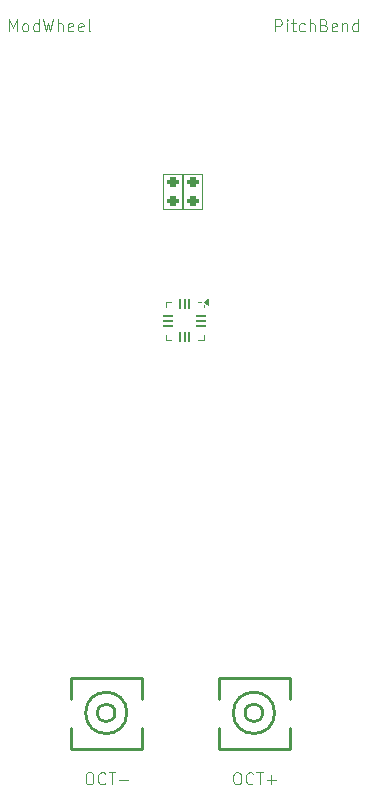
<source format=gbr>
%TF.GenerationSoftware,KiCad,Pcbnew,9.0.0*%
%TF.CreationDate,2025-04-04T14:44:08+08:00*%
%TF.ProjectId,modwheel,6d6f6477-6865-4656-9c2e-6b696361645f,rev?*%
%TF.SameCoordinates,Original*%
%TF.FileFunction,Legend,Top*%
%TF.FilePolarity,Positive*%
%FSLAX46Y46*%
G04 Gerber Fmt 4.6, Leading zero omitted, Abs format (unit mm)*
G04 Created by KiCad (PCBNEW 9.0.0) date 2025-04-04 14:44:08*
%MOMM*%
%LPD*%
G01*
G04 APERTURE LIST*
G04 Aperture macros list*
%AMRoundRect*
0 Rectangle with rounded corners*
0 $1 Rounding radius*
0 $2 $3 $4 $5 $6 $7 $8 $9 X,Y pos of 4 corners*
0 Add a 4 corners polygon primitive as box body*
4,1,4,$2,$3,$4,$5,$6,$7,$8,$9,$2,$3,0*
0 Add four circle primitives for the rounded corners*
1,1,$1+$1,$2,$3*
1,1,$1+$1,$4,$5*
1,1,$1+$1,$6,$7*
1,1,$1+$1,$8,$9*
0 Add four rect primitives between the rounded corners*
20,1,$1+$1,$2,$3,$4,$5,0*
20,1,$1+$1,$4,$5,$6,$7,0*
20,1,$1+$1,$6,$7,$8,$9,0*
20,1,$1+$1,$8,$9,$2,$3,0*%
%AMOutline4P*
0 Free polygon, 4 corners , with rotation*
0 The origin of the aperture is its center*
0 number of corners: always 4*
0 $1 to $8 corner X, Y*
0 $9 Rotation angle, in degrees counterclockwise*
0 create outline with 4 corners*
4,1,4,$1,$2,$3,$4,$5,$6,$7,$8,$1,$2,$9*%
%AMFreePoly0*
4,1,14,0.354215,0.088284,0.450784,-0.008285,0.462500,-0.036569,0.462500,-0.060000,0.450784,-0.088284,0.422500,-0.100000,-0.422500,-0.100000,-0.450784,-0.088284,-0.462500,-0.060000,-0.462500,0.060000,-0.450784,0.088284,-0.422500,0.100000,0.325931,0.100000,0.354215,0.088284,0.354215,0.088284,$1*%
%AMFreePoly1*
4,1,14,0.450784,0.088284,0.462500,0.060000,0.462500,0.036569,0.450784,0.008285,0.354215,-0.088284,0.325931,-0.100000,-0.422500,-0.100000,-0.450784,-0.088284,-0.462500,-0.060000,-0.462500,0.060000,-0.450784,0.088284,-0.422500,0.100000,0.422500,0.100000,0.450784,0.088284,0.450784,0.088284,$1*%
%AMFreePoly2*
4,1,14,0.088284,0.450784,0.100000,0.422500,0.100000,-0.422500,0.088284,-0.450784,0.060000,-0.462500,-0.060000,-0.462500,-0.088284,-0.450784,-0.100000,-0.422500,-0.100000,0.325931,-0.088284,0.354215,0.008285,0.450784,0.036569,0.462500,0.060000,0.462500,0.088284,0.450784,0.088284,0.450784,$1*%
%AMFreePoly3*
4,1,14,-0.008285,0.450784,0.088284,0.354215,0.100000,0.325931,0.100000,-0.422500,0.088284,-0.450784,0.060000,-0.462500,-0.060000,-0.462500,-0.088284,-0.450784,-0.100000,-0.422500,-0.100000,0.422500,-0.088284,0.450784,-0.060000,0.462500,-0.036569,0.462500,-0.008285,0.450784,-0.008285,0.450784,$1*%
%AMFreePoly4*
4,1,14,0.450784,0.088284,0.462500,0.060000,0.462500,-0.060000,0.450784,-0.088284,0.422500,-0.100000,-0.325931,-0.100000,-0.354215,-0.088284,-0.450784,0.008285,-0.462500,0.036569,-0.462500,0.060000,-0.450784,0.088284,-0.422500,0.100000,0.422500,0.100000,0.450784,0.088284,0.450784,0.088284,$1*%
%AMFreePoly5*
4,1,14,0.450784,0.088284,0.462500,0.060000,0.462500,-0.060000,0.450784,-0.088284,0.422500,-0.100000,-0.422500,-0.100000,-0.450784,-0.088284,-0.462500,-0.060000,-0.462500,-0.036569,-0.450784,-0.008285,-0.354215,0.088284,-0.325931,0.100000,0.422500,0.100000,0.450784,0.088284,0.450784,0.088284,$1*%
%AMFreePoly6*
4,1,14,0.088284,0.450784,0.100000,0.422500,0.100000,-0.325931,0.088284,-0.354215,-0.008285,-0.450784,-0.036569,-0.462500,-0.060000,-0.462500,-0.088284,-0.450784,-0.100000,-0.422500,-0.100000,0.422500,-0.088284,0.450784,-0.060000,0.462500,0.060000,0.462500,0.088284,0.450784,0.088284,0.450784,$1*%
%AMFreePoly7*
4,1,14,0.088284,0.450784,0.100000,0.422500,0.100000,-0.422500,0.088284,-0.450784,0.060000,-0.462500,0.036569,-0.462500,0.008285,-0.450784,-0.088284,-0.354215,-0.100000,-0.325931,-0.100000,0.422500,-0.088284,0.450784,-0.060000,0.462500,0.060000,0.462500,0.088284,0.450784,0.088284,0.450784,$1*%
G04 Aperture macros list end*
%ADD10C,0.125000*%
%ADD11C,0.100000*%
%ADD12C,0.120000*%
%ADD13C,0.254000*%
%ADD14RoundRect,0.200000X0.275000X-0.200000X0.275000X0.200000X-0.275000X0.200000X-0.275000X-0.200000X0*%
%ADD15FreePoly0,270.000000*%
%ADD16RoundRect,0.050000X-0.050000X0.412500X-0.050000X-0.412500X0.050000X-0.412500X0.050000X0.412500X0*%
%ADD17FreePoly1,270.000000*%
%ADD18FreePoly2,270.000000*%
%ADD19RoundRect,0.050000X-0.412500X0.050000X-0.412500X-0.050000X0.412500X-0.050000X0.412500X0.050000X0*%
%ADD20FreePoly3,270.000000*%
%ADD21FreePoly4,270.000000*%
%ADD22FreePoly5,270.000000*%
%ADD23FreePoly6,270.000000*%
%ADD24FreePoly7,270.000000*%
%ADD25C,3.200000*%
%ADD26R,2.100000X2.000000*%
%ADD27R,5.000000X6.111111*%
%ADD28Outline4P,0.000000X-1.250000X0.000000X-1.250000X3.666666X1.250000X-3.666666X1.250000X90.000000*%
%ADD29Outline4P,-3.666666X-1.250000X3.666666X-1.250000X0.000000X1.250000X0.000000X1.250000X90.000000*%
%ADD30Outline4P,-1.833333X0.000000X1.833333X-2.500000X1.833333X2.500000X-1.833333X0.000000X90.000000*%
%ADD31R,5.000000X3.666666*%
%ADD32R,5.000000X6.111110*%
G04 APERTURE END LIST*
D10*
X107320331Y-74121119D02*
X107320331Y-73121119D01*
X107320331Y-73121119D02*
X107701283Y-73121119D01*
X107701283Y-73121119D02*
X107796521Y-73168738D01*
X107796521Y-73168738D02*
X107844140Y-73216357D01*
X107844140Y-73216357D02*
X107891759Y-73311595D01*
X107891759Y-73311595D02*
X107891759Y-73454452D01*
X107891759Y-73454452D02*
X107844140Y-73549690D01*
X107844140Y-73549690D02*
X107796521Y-73597309D01*
X107796521Y-73597309D02*
X107701283Y-73644928D01*
X107701283Y-73644928D02*
X107320331Y-73644928D01*
X108320331Y-74121119D02*
X108320331Y-73454452D01*
X108320331Y-73121119D02*
X108272712Y-73168738D01*
X108272712Y-73168738D02*
X108320331Y-73216357D01*
X108320331Y-73216357D02*
X108367950Y-73168738D01*
X108367950Y-73168738D02*
X108320331Y-73121119D01*
X108320331Y-73121119D02*
X108320331Y-73216357D01*
X108653664Y-73454452D02*
X109034616Y-73454452D01*
X108796521Y-73121119D02*
X108796521Y-73978261D01*
X108796521Y-73978261D02*
X108844140Y-74073500D01*
X108844140Y-74073500D02*
X108939378Y-74121119D01*
X108939378Y-74121119D02*
X109034616Y-74121119D01*
X109796521Y-74073500D02*
X109701283Y-74121119D01*
X109701283Y-74121119D02*
X109510807Y-74121119D01*
X109510807Y-74121119D02*
X109415569Y-74073500D01*
X109415569Y-74073500D02*
X109367950Y-74025880D01*
X109367950Y-74025880D02*
X109320331Y-73930642D01*
X109320331Y-73930642D02*
X109320331Y-73644928D01*
X109320331Y-73644928D02*
X109367950Y-73549690D01*
X109367950Y-73549690D02*
X109415569Y-73502071D01*
X109415569Y-73502071D02*
X109510807Y-73454452D01*
X109510807Y-73454452D02*
X109701283Y-73454452D01*
X109701283Y-73454452D02*
X109796521Y-73502071D01*
X110225093Y-74121119D02*
X110225093Y-73121119D01*
X110653664Y-74121119D02*
X110653664Y-73597309D01*
X110653664Y-73597309D02*
X110606045Y-73502071D01*
X110606045Y-73502071D02*
X110510807Y-73454452D01*
X110510807Y-73454452D02*
X110367950Y-73454452D01*
X110367950Y-73454452D02*
X110272712Y-73502071D01*
X110272712Y-73502071D02*
X110225093Y-73549690D01*
X111463188Y-73597309D02*
X111606045Y-73644928D01*
X111606045Y-73644928D02*
X111653664Y-73692547D01*
X111653664Y-73692547D02*
X111701283Y-73787785D01*
X111701283Y-73787785D02*
X111701283Y-73930642D01*
X111701283Y-73930642D02*
X111653664Y-74025880D01*
X111653664Y-74025880D02*
X111606045Y-74073500D01*
X111606045Y-74073500D02*
X111510807Y-74121119D01*
X111510807Y-74121119D02*
X111129855Y-74121119D01*
X111129855Y-74121119D02*
X111129855Y-73121119D01*
X111129855Y-73121119D02*
X111463188Y-73121119D01*
X111463188Y-73121119D02*
X111558426Y-73168738D01*
X111558426Y-73168738D02*
X111606045Y-73216357D01*
X111606045Y-73216357D02*
X111653664Y-73311595D01*
X111653664Y-73311595D02*
X111653664Y-73406833D01*
X111653664Y-73406833D02*
X111606045Y-73502071D01*
X111606045Y-73502071D02*
X111558426Y-73549690D01*
X111558426Y-73549690D02*
X111463188Y-73597309D01*
X111463188Y-73597309D02*
X111129855Y-73597309D01*
X112510807Y-74073500D02*
X112415569Y-74121119D01*
X112415569Y-74121119D02*
X112225093Y-74121119D01*
X112225093Y-74121119D02*
X112129855Y-74073500D01*
X112129855Y-74073500D02*
X112082236Y-73978261D01*
X112082236Y-73978261D02*
X112082236Y-73597309D01*
X112082236Y-73597309D02*
X112129855Y-73502071D01*
X112129855Y-73502071D02*
X112225093Y-73454452D01*
X112225093Y-73454452D02*
X112415569Y-73454452D01*
X112415569Y-73454452D02*
X112510807Y-73502071D01*
X112510807Y-73502071D02*
X112558426Y-73597309D01*
X112558426Y-73597309D02*
X112558426Y-73692547D01*
X112558426Y-73692547D02*
X112082236Y-73787785D01*
X112986998Y-73454452D02*
X112986998Y-74121119D01*
X112986998Y-73549690D02*
X113034617Y-73502071D01*
X113034617Y-73502071D02*
X113129855Y-73454452D01*
X113129855Y-73454452D02*
X113272712Y-73454452D01*
X113272712Y-73454452D02*
X113367950Y-73502071D01*
X113367950Y-73502071D02*
X113415569Y-73597309D01*
X113415569Y-73597309D02*
X113415569Y-74121119D01*
X114320331Y-74121119D02*
X114320331Y-73121119D01*
X114320331Y-74073500D02*
X114225093Y-74121119D01*
X114225093Y-74121119D02*
X114034617Y-74121119D01*
X114034617Y-74121119D02*
X113939379Y-74073500D01*
X113939379Y-74073500D02*
X113891760Y-74025880D01*
X113891760Y-74025880D02*
X113844141Y-73930642D01*
X113844141Y-73930642D02*
X113844141Y-73644928D01*
X113844141Y-73644928D02*
X113891760Y-73549690D01*
X113891760Y-73549690D02*
X113939379Y-73502071D01*
X113939379Y-73502071D02*
X114034617Y-73454452D01*
X114034617Y-73454452D02*
X114225093Y-73454452D01*
X114225093Y-73454452D02*
X114320331Y-73502071D01*
D11*
X91494360Y-136872419D02*
X91684836Y-136872419D01*
X91684836Y-136872419D02*
X91780074Y-136920038D01*
X91780074Y-136920038D02*
X91875312Y-137015276D01*
X91875312Y-137015276D02*
X91922931Y-137205752D01*
X91922931Y-137205752D02*
X91922931Y-137539085D01*
X91922931Y-137539085D02*
X91875312Y-137729561D01*
X91875312Y-137729561D02*
X91780074Y-137824800D01*
X91780074Y-137824800D02*
X91684836Y-137872419D01*
X91684836Y-137872419D02*
X91494360Y-137872419D01*
X91494360Y-137872419D02*
X91399122Y-137824800D01*
X91399122Y-137824800D02*
X91303884Y-137729561D01*
X91303884Y-137729561D02*
X91256265Y-137539085D01*
X91256265Y-137539085D02*
X91256265Y-137205752D01*
X91256265Y-137205752D02*
X91303884Y-137015276D01*
X91303884Y-137015276D02*
X91399122Y-136920038D01*
X91399122Y-136920038D02*
X91494360Y-136872419D01*
X92922931Y-137777180D02*
X92875312Y-137824800D01*
X92875312Y-137824800D02*
X92732455Y-137872419D01*
X92732455Y-137872419D02*
X92637217Y-137872419D01*
X92637217Y-137872419D02*
X92494360Y-137824800D01*
X92494360Y-137824800D02*
X92399122Y-137729561D01*
X92399122Y-137729561D02*
X92351503Y-137634323D01*
X92351503Y-137634323D02*
X92303884Y-137443847D01*
X92303884Y-137443847D02*
X92303884Y-137300990D01*
X92303884Y-137300990D02*
X92351503Y-137110514D01*
X92351503Y-137110514D02*
X92399122Y-137015276D01*
X92399122Y-137015276D02*
X92494360Y-136920038D01*
X92494360Y-136920038D02*
X92637217Y-136872419D01*
X92637217Y-136872419D02*
X92732455Y-136872419D01*
X92732455Y-136872419D02*
X92875312Y-136920038D01*
X92875312Y-136920038D02*
X92922931Y-136967657D01*
X93208646Y-136872419D02*
X93780074Y-136872419D01*
X93494360Y-137872419D02*
X93494360Y-136872419D01*
X94113408Y-137491466D02*
X94875313Y-137491466D01*
X103994360Y-136872419D02*
X104184836Y-136872419D01*
X104184836Y-136872419D02*
X104280074Y-136920038D01*
X104280074Y-136920038D02*
X104375312Y-137015276D01*
X104375312Y-137015276D02*
X104422931Y-137205752D01*
X104422931Y-137205752D02*
X104422931Y-137539085D01*
X104422931Y-137539085D02*
X104375312Y-137729561D01*
X104375312Y-137729561D02*
X104280074Y-137824800D01*
X104280074Y-137824800D02*
X104184836Y-137872419D01*
X104184836Y-137872419D02*
X103994360Y-137872419D01*
X103994360Y-137872419D02*
X103899122Y-137824800D01*
X103899122Y-137824800D02*
X103803884Y-137729561D01*
X103803884Y-137729561D02*
X103756265Y-137539085D01*
X103756265Y-137539085D02*
X103756265Y-137205752D01*
X103756265Y-137205752D02*
X103803884Y-137015276D01*
X103803884Y-137015276D02*
X103899122Y-136920038D01*
X103899122Y-136920038D02*
X103994360Y-136872419D01*
X105422931Y-137777180D02*
X105375312Y-137824800D01*
X105375312Y-137824800D02*
X105232455Y-137872419D01*
X105232455Y-137872419D02*
X105137217Y-137872419D01*
X105137217Y-137872419D02*
X104994360Y-137824800D01*
X104994360Y-137824800D02*
X104899122Y-137729561D01*
X104899122Y-137729561D02*
X104851503Y-137634323D01*
X104851503Y-137634323D02*
X104803884Y-137443847D01*
X104803884Y-137443847D02*
X104803884Y-137300990D01*
X104803884Y-137300990D02*
X104851503Y-137110514D01*
X104851503Y-137110514D02*
X104899122Y-137015276D01*
X104899122Y-137015276D02*
X104994360Y-136920038D01*
X104994360Y-136920038D02*
X105137217Y-136872419D01*
X105137217Y-136872419D02*
X105232455Y-136872419D01*
X105232455Y-136872419D02*
X105375312Y-136920038D01*
X105375312Y-136920038D02*
X105422931Y-136967657D01*
X105708646Y-136872419D02*
X106280074Y-136872419D01*
X105994360Y-137872419D02*
X105994360Y-136872419D01*
X106613408Y-137491466D02*
X107375313Y-137491466D01*
X106994360Y-137872419D02*
X106994360Y-137110514D01*
X84803884Y-74122419D02*
X84803884Y-73122419D01*
X84803884Y-73122419D02*
X85137217Y-73836704D01*
X85137217Y-73836704D02*
X85470550Y-73122419D01*
X85470550Y-73122419D02*
X85470550Y-74122419D01*
X86089598Y-74122419D02*
X85994360Y-74074800D01*
X85994360Y-74074800D02*
X85946741Y-74027180D01*
X85946741Y-74027180D02*
X85899122Y-73931942D01*
X85899122Y-73931942D02*
X85899122Y-73646228D01*
X85899122Y-73646228D02*
X85946741Y-73550990D01*
X85946741Y-73550990D02*
X85994360Y-73503371D01*
X85994360Y-73503371D02*
X86089598Y-73455752D01*
X86089598Y-73455752D02*
X86232455Y-73455752D01*
X86232455Y-73455752D02*
X86327693Y-73503371D01*
X86327693Y-73503371D02*
X86375312Y-73550990D01*
X86375312Y-73550990D02*
X86422931Y-73646228D01*
X86422931Y-73646228D02*
X86422931Y-73931942D01*
X86422931Y-73931942D02*
X86375312Y-74027180D01*
X86375312Y-74027180D02*
X86327693Y-74074800D01*
X86327693Y-74074800D02*
X86232455Y-74122419D01*
X86232455Y-74122419D02*
X86089598Y-74122419D01*
X87280074Y-74122419D02*
X87280074Y-73122419D01*
X87280074Y-74074800D02*
X87184836Y-74122419D01*
X87184836Y-74122419D02*
X86994360Y-74122419D01*
X86994360Y-74122419D02*
X86899122Y-74074800D01*
X86899122Y-74074800D02*
X86851503Y-74027180D01*
X86851503Y-74027180D02*
X86803884Y-73931942D01*
X86803884Y-73931942D02*
X86803884Y-73646228D01*
X86803884Y-73646228D02*
X86851503Y-73550990D01*
X86851503Y-73550990D02*
X86899122Y-73503371D01*
X86899122Y-73503371D02*
X86994360Y-73455752D01*
X86994360Y-73455752D02*
X87184836Y-73455752D01*
X87184836Y-73455752D02*
X87280074Y-73503371D01*
X87661027Y-73122419D02*
X87899122Y-74122419D01*
X87899122Y-74122419D02*
X88089598Y-73408133D01*
X88089598Y-73408133D02*
X88280074Y-74122419D01*
X88280074Y-74122419D02*
X88518170Y-73122419D01*
X88899122Y-74122419D02*
X88899122Y-73122419D01*
X89327693Y-74122419D02*
X89327693Y-73598609D01*
X89327693Y-73598609D02*
X89280074Y-73503371D01*
X89280074Y-73503371D02*
X89184836Y-73455752D01*
X89184836Y-73455752D02*
X89041979Y-73455752D01*
X89041979Y-73455752D02*
X88946741Y-73503371D01*
X88946741Y-73503371D02*
X88899122Y-73550990D01*
X90184836Y-74074800D02*
X90089598Y-74122419D01*
X90089598Y-74122419D02*
X89899122Y-74122419D01*
X89899122Y-74122419D02*
X89803884Y-74074800D01*
X89803884Y-74074800D02*
X89756265Y-73979561D01*
X89756265Y-73979561D02*
X89756265Y-73598609D01*
X89756265Y-73598609D02*
X89803884Y-73503371D01*
X89803884Y-73503371D02*
X89899122Y-73455752D01*
X89899122Y-73455752D02*
X90089598Y-73455752D01*
X90089598Y-73455752D02*
X90184836Y-73503371D01*
X90184836Y-73503371D02*
X90232455Y-73598609D01*
X90232455Y-73598609D02*
X90232455Y-73693847D01*
X90232455Y-73693847D02*
X89756265Y-73789085D01*
X91041979Y-74074800D02*
X90946741Y-74122419D01*
X90946741Y-74122419D02*
X90756265Y-74122419D01*
X90756265Y-74122419D02*
X90661027Y-74074800D01*
X90661027Y-74074800D02*
X90613408Y-73979561D01*
X90613408Y-73979561D02*
X90613408Y-73598609D01*
X90613408Y-73598609D02*
X90661027Y-73503371D01*
X90661027Y-73503371D02*
X90756265Y-73455752D01*
X90756265Y-73455752D02*
X90946741Y-73455752D01*
X90946741Y-73455752D02*
X91041979Y-73503371D01*
X91041979Y-73503371D02*
X91089598Y-73598609D01*
X91089598Y-73598609D02*
X91089598Y-73693847D01*
X91089598Y-73693847D02*
X90613408Y-73789085D01*
X91661027Y-74122419D02*
X91565789Y-74074800D01*
X91565789Y-74074800D02*
X91518170Y-73979561D01*
X91518170Y-73979561D02*
X91518170Y-73122419D01*
D12*
%TO.C,R6*%
X99421750Y-86190000D02*
X97821750Y-86190000D01*
X97821750Y-86190000D02*
X97821750Y-89190000D01*
X97821750Y-89190000D02*
X99421750Y-89190000D01*
X99421750Y-89190000D02*
X99421750Y-86190000D01*
%TO.C,R5*%
X101141750Y-86190000D02*
X99541750Y-86190000D01*
X99541750Y-86190000D02*
X99541750Y-89190000D01*
X99541750Y-89190000D02*
X101141750Y-89190000D01*
X101141750Y-89190000D02*
X101141750Y-86190000D01*
%TO.C,U1*%
X98035000Y-97030000D02*
X98485000Y-97030000D01*
X98035000Y-97480000D02*
X98035000Y-97030000D01*
X98035000Y-99800000D02*
X98035000Y-100250000D01*
X98035000Y-100250000D02*
X98485000Y-100250000D01*
X100805000Y-97030000D02*
X101015000Y-97030000D01*
X101255000Y-97480000D02*
X101255000Y-97330000D01*
X101255000Y-99800000D02*
X101255000Y-100250000D01*
X101255000Y-100250000D02*
X100805000Y-100250000D01*
X101585000Y-97270000D02*
X101255000Y-97030000D01*
X101585000Y-96790000D01*
X101585000Y-97270000D01*
G36*
X101585000Y-97270000D02*
G01*
X101255000Y-97030000D01*
X101585000Y-96790000D01*
X101585000Y-97270000D01*
G37*
D13*
%TO.C,SW1*%
X102550000Y-128877000D02*
X102550000Y-130646000D01*
X102550000Y-133108000D02*
X102550000Y-134877000D01*
X102550000Y-134877000D02*
X108550000Y-134877000D01*
X108550000Y-128877000D02*
X102550000Y-128877000D01*
X108550000Y-130646000D02*
X108550000Y-128877000D01*
X108550000Y-134877000D02*
X108550000Y-133108000D01*
X106255000Y-131828500D02*
G75*
G02*
X104757000Y-131828500I-749000J0D01*
G01*
X104757000Y-131828500D02*
G75*
G02*
X106255000Y-131828500I749000J0D01*
G01*
X107256000Y-131828500D02*
G75*
G02*
X103756000Y-131828500I-1750000J0D01*
G01*
X103756000Y-131828500D02*
G75*
G02*
X107256000Y-131828500I1750000J0D01*
G01*
%TO.C,SW2*%
X90050000Y-128881000D02*
X90050000Y-130650000D01*
X90050000Y-133112000D02*
X90050000Y-134881000D01*
X90050000Y-134881000D02*
X96050000Y-134881000D01*
X96050000Y-128881000D02*
X90050000Y-128881000D01*
X96050000Y-130650000D02*
X96050000Y-128881000D01*
X96050000Y-134881000D02*
X96050000Y-133112000D01*
X93755000Y-131832500D02*
G75*
G02*
X92257000Y-131832500I-749000J0D01*
G01*
X92257000Y-131832500D02*
G75*
G02*
X93755000Y-131832500I749000J0D01*
G01*
X94756000Y-131832500D02*
G75*
G02*
X91256000Y-131832500I-1750000J0D01*
G01*
X91256000Y-131832500D02*
G75*
G02*
X94756000Y-131832500I1750000J0D01*
G01*
%TD*%
%LPC*%
D14*
%TO.C,R6*%
X98621750Y-86865000D03*
X98621750Y-88515000D03*
%TD*%
%TO.C,R5*%
X100341750Y-86865000D03*
X100341750Y-88515000D03*
%TD*%
D15*
%TO.C,U1*%
X100445000Y-97252500D03*
D16*
X100045000Y-97252500D03*
X99645000Y-97252500D03*
X99245000Y-97252500D03*
D17*
X98845000Y-97252500D03*
D18*
X98257500Y-97840000D03*
D19*
X98257500Y-98240000D03*
X98257500Y-98640000D03*
X98257500Y-99040000D03*
D20*
X98257500Y-99440000D03*
D21*
X98845000Y-100027500D03*
D16*
X99245000Y-100027500D03*
X99645000Y-100027500D03*
X100045000Y-100027500D03*
D22*
X100445000Y-100027500D03*
D23*
X101032500Y-99440000D03*
D19*
X101032500Y-99040000D03*
X101032500Y-98640000D03*
X101032500Y-98240000D03*
D24*
X101032500Y-97840000D03*
%TD*%
D25*
%TO.C,H1*%
X80150000Y-69450000D03*
%TD*%
D26*
%TO.C,SW1*%
X102550000Y-131877000D03*
X108550000Y-131877000D03*
%TD*%
D25*
%TO.C,H3*%
X80150000Y-136450000D03*
%TD*%
%TO.C,H4*%
X122150000Y-136450000D03*
%TD*%
D27*
%TO.C,J2*%
X109750000Y-122097223D03*
X114750000Y-122097223D03*
D28*
X108500000Y-119041668D03*
D29*
X111000000Y-119041668D03*
D28*
X113500000Y-119041668D03*
D29*
X116000000Y-119041668D03*
D30*
X109750000Y-116208334D03*
X114750000Y-116208334D03*
D31*
X109750000Y-112541668D03*
X114750000Y-112541668D03*
D28*
X108500000Y-110708335D03*
D29*
X111000000Y-110708335D03*
D28*
X113500000Y-110708335D03*
D29*
X116000000Y-110708335D03*
D30*
X109750000Y-107875001D03*
X114750000Y-107875001D03*
D31*
X109750000Y-104208335D03*
X114750000Y-104208335D03*
D28*
X108500000Y-102375002D03*
D29*
X111000000Y-102375002D03*
D28*
X113500000Y-102375002D03*
D29*
X116000000Y-102375002D03*
D30*
X109750000Y-99541668D03*
X114750000Y-99541668D03*
D31*
X109750000Y-95875002D03*
X114750000Y-95875002D03*
D28*
X108500000Y-94041669D03*
D29*
X111000000Y-94041669D03*
D28*
X113500000Y-94041669D03*
D29*
X116000000Y-94041669D03*
D30*
X109750000Y-91208335D03*
X114750000Y-91208335D03*
D31*
X109750000Y-87541669D03*
X114750000Y-87541669D03*
D28*
X108500000Y-85708336D03*
D29*
X111000000Y-85708336D03*
D28*
X113500000Y-85708336D03*
D29*
X116000000Y-85708336D03*
D30*
X109750000Y-82875002D03*
X114750000Y-82875002D03*
D32*
X109750000Y-77986114D03*
X114750000Y-77986114D03*
%TD*%
D27*
%TO.C,J1*%
X85000000Y-122097223D03*
X90000000Y-122097223D03*
D28*
X83750000Y-119041668D03*
D29*
X86250000Y-119041668D03*
D28*
X88750000Y-119041668D03*
D29*
X91250000Y-119041668D03*
D30*
X85000000Y-116208334D03*
X90000000Y-116208334D03*
D31*
X85000000Y-112541668D03*
X90000000Y-112541668D03*
D28*
X83750000Y-110708335D03*
D29*
X86250000Y-110708335D03*
D28*
X88750000Y-110708335D03*
D29*
X91250000Y-110708335D03*
D30*
X85000000Y-107875001D03*
X90000000Y-107875001D03*
D31*
X85000000Y-104208335D03*
X90000000Y-104208335D03*
D28*
X83750000Y-102375002D03*
D29*
X86250000Y-102375002D03*
D28*
X88750000Y-102375002D03*
D29*
X91250000Y-102375002D03*
D30*
X85000000Y-99541668D03*
X90000000Y-99541668D03*
D31*
X85000000Y-95875002D03*
X90000000Y-95875002D03*
D28*
X83750000Y-94041669D03*
D29*
X86250000Y-94041669D03*
D28*
X88750000Y-94041669D03*
D29*
X91250000Y-94041669D03*
D30*
X85000000Y-91208335D03*
X90000000Y-91208335D03*
D31*
X85000000Y-87541669D03*
X90000000Y-87541669D03*
D28*
X83750000Y-85708336D03*
D29*
X86250000Y-85708336D03*
D28*
X88750000Y-85708336D03*
D29*
X91250000Y-85708336D03*
D30*
X85000000Y-82875002D03*
X90000000Y-82875002D03*
D32*
X85000000Y-77986114D03*
X90000000Y-77986114D03*
%TD*%
D26*
%TO.C,SW2*%
X90050000Y-131881000D03*
X96050000Y-131881000D03*
%TD*%
D25*
%TO.C,H2*%
X122150000Y-69450000D03*
%TD*%
%LPD*%
M02*

</source>
